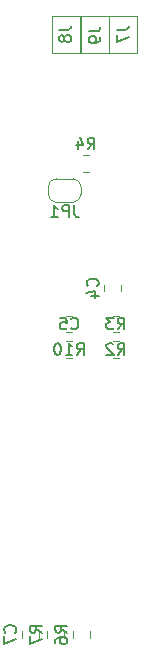
<source format=gbr>
G04 #@! TF.GenerationSoftware,KiCad,Pcbnew,(5.1.5)-3*
G04 #@! TF.CreationDate,2020-06-01T03:43:57-04:00*
G04 #@! TF.ProjectId,6526KernalSwitcher,36353236-4b65-4726-9e61-6c5377697463,rev?*
G04 #@! TF.SameCoordinates,Original*
G04 #@! TF.FileFunction,Legend,Bot*
G04 #@! TF.FilePolarity,Positive*
%FSLAX46Y46*%
G04 Gerber Fmt 4.6, Leading zero omitted, Abs format (unit mm)*
G04 Created by KiCad (PCBNEW (5.1.5)-3) date 2020-06-01 03:43:57*
%MOMM*%
%LPD*%
G04 APERTURE LIST*
%ADD10C,0.120000*%
%ADD11C,0.150000*%
G04 APERTURE END LIST*
D10*
X111581000Y-70858748D02*
X111581000Y-71381252D01*
X110161000Y-70858748D02*
X110161000Y-71381252D01*
X107449252Y-73458000D02*
X106926748Y-73458000D01*
X107449252Y-74878000D02*
X106926748Y-74878000D01*
X107492000Y-63865000D02*
G75*
G03X108192000Y-63165000I0J700000D01*
G01*
X108192000Y-62565000D02*
G75*
G03X107492000Y-61865000I-700000J0D01*
G01*
X106092000Y-61865000D02*
G75*
G03X105392000Y-62565000I0J-700000D01*
G01*
X105392000Y-63165000D02*
G75*
G03X106092000Y-63865000I700000J0D01*
G01*
X105392000Y-62565000D02*
X105392000Y-63165000D01*
X107492000Y-61865000D02*
X106092000Y-61865000D01*
X108192000Y-63165000D02*
X108192000Y-62565000D01*
X106092000Y-63865000D02*
X107492000Y-63865000D01*
X110863748Y-75617000D02*
X111386252Y-75617000D01*
X110863748Y-77037000D02*
X111386252Y-77037000D01*
X110863748Y-73458000D02*
X111386252Y-73458000D01*
X110863748Y-74878000D02*
X111386252Y-74878000D01*
X108846252Y-59869000D02*
X108323748Y-59869000D01*
X108846252Y-61289000D02*
X108323748Y-61289000D01*
X107449252Y-75617000D02*
X106926748Y-75617000D01*
X107449252Y-77037000D02*
X106926748Y-77037000D01*
X103176000Y-100195748D02*
X103176000Y-100718252D01*
X104596000Y-100195748D02*
X104596000Y-100718252D01*
X108914000Y-100195748D02*
X108914000Y-100718252D01*
X107494000Y-100195748D02*
X107494000Y-100718252D01*
X105335000Y-100195748D02*
X105335000Y-100718252D01*
X106755000Y-100195748D02*
X106755000Y-100718252D01*
X112948000Y-51241000D02*
X112948000Y-48073000D01*
X112948000Y-48073000D02*
X110572000Y-48073000D01*
X110572000Y-48073000D02*
X110572000Y-51241000D01*
X110572000Y-51241000D02*
X112948000Y-51241000D01*
X105746000Y-51241000D02*
X108122000Y-51241000D01*
X105746000Y-48073000D02*
X105746000Y-51241000D01*
X108122000Y-48073000D02*
X105746000Y-48073000D01*
X108122000Y-51241000D02*
X108122000Y-48073000D01*
X110535000Y-51241000D02*
X110535000Y-48073000D01*
X110535000Y-48073000D02*
X108159000Y-48073000D01*
X108159000Y-48073000D02*
X108159000Y-51241000D01*
X108159000Y-51241000D02*
X110535000Y-51241000D01*
D11*
X109578142Y-70953333D02*
X109625761Y-70905714D01*
X109673380Y-70762857D01*
X109673380Y-70667619D01*
X109625761Y-70524761D01*
X109530523Y-70429523D01*
X109435285Y-70381904D01*
X109244809Y-70334285D01*
X109101952Y-70334285D01*
X108911476Y-70381904D01*
X108816238Y-70429523D01*
X108721000Y-70524761D01*
X108673380Y-70667619D01*
X108673380Y-70762857D01*
X108721000Y-70905714D01*
X108768619Y-70953333D01*
X109006714Y-71810476D02*
X109673380Y-71810476D01*
X108625761Y-71572380D02*
X109340047Y-71334285D01*
X109340047Y-71953333D01*
X107354666Y-74525142D02*
X107402285Y-74572761D01*
X107545142Y-74620380D01*
X107640380Y-74620380D01*
X107783238Y-74572761D01*
X107878476Y-74477523D01*
X107926095Y-74382285D01*
X107973714Y-74191809D01*
X107973714Y-74048952D01*
X107926095Y-73858476D01*
X107878476Y-73763238D01*
X107783238Y-73668000D01*
X107640380Y-73620380D01*
X107545142Y-73620380D01*
X107402285Y-73668000D01*
X107354666Y-73715619D01*
X106449904Y-73620380D02*
X106926095Y-73620380D01*
X106973714Y-74096571D01*
X106926095Y-74048952D01*
X106830857Y-74001333D01*
X106592761Y-74001333D01*
X106497523Y-74048952D01*
X106449904Y-74096571D01*
X106402285Y-74191809D01*
X106402285Y-74429904D01*
X106449904Y-74525142D01*
X106497523Y-74572761D01*
X106592761Y-74620380D01*
X106830857Y-74620380D01*
X106926095Y-74572761D01*
X106973714Y-74525142D01*
X107625333Y-64117380D02*
X107625333Y-64831666D01*
X107672952Y-64974523D01*
X107768190Y-65069761D01*
X107911047Y-65117380D01*
X108006285Y-65117380D01*
X107149142Y-65117380D02*
X107149142Y-64117380D01*
X106768190Y-64117380D01*
X106672952Y-64165000D01*
X106625333Y-64212619D01*
X106577714Y-64307857D01*
X106577714Y-64450714D01*
X106625333Y-64545952D01*
X106672952Y-64593571D01*
X106768190Y-64641190D01*
X107149142Y-64641190D01*
X105625333Y-65117380D02*
X106196761Y-65117380D01*
X105911047Y-65117380D02*
X105911047Y-64117380D01*
X106006285Y-64260238D01*
X106101523Y-64355476D01*
X106196761Y-64403095D01*
X111291666Y-76779380D02*
X111625000Y-76303190D01*
X111863095Y-76779380D02*
X111863095Y-75779380D01*
X111482142Y-75779380D01*
X111386904Y-75827000D01*
X111339285Y-75874619D01*
X111291666Y-75969857D01*
X111291666Y-76112714D01*
X111339285Y-76207952D01*
X111386904Y-76255571D01*
X111482142Y-76303190D01*
X111863095Y-76303190D01*
X110910714Y-75874619D02*
X110863095Y-75827000D01*
X110767857Y-75779380D01*
X110529761Y-75779380D01*
X110434523Y-75827000D01*
X110386904Y-75874619D01*
X110339285Y-75969857D01*
X110339285Y-76065095D01*
X110386904Y-76207952D01*
X110958333Y-76779380D01*
X110339285Y-76779380D01*
X111291666Y-74620380D02*
X111625000Y-74144190D01*
X111863095Y-74620380D02*
X111863095Y-73620380D01*
X111482142Y-73620380D01*
X111386904Y-73668000D01*
X111339285Y-73715619D01*
X111291666Y-73810857D01*
X111291666Y-73953714D01*
X111339285Y-74048952D01*
X111386904Y-74096571D01*
X111482142Y-74144190D01*
X111863095Y-74144190D01*
X110958333Y-73620380D02*
X110339285Y-73620380D01*
X110672619Y-74001333D01*
X110529761Y-74001333D01*
X110434523Y-74048952D01*
X110386904Y-74096571D01*
X110339285Y-74191809D01*
X110339285Y-74429904D01*
X110386904Y-74525142D01*
X110434523Y-74572761D01*
X110529761Y-74620380D01*
X110815476Y-74620380D01*
X110910714Y-74572761D01*
X110958333Y-74525142D01*
X108751666Y-59381380D02*
X109085000Y-58905190D01*
X109323095Y-59381380D02*
X109323095Y-58381380D01*
X108942142Y-58381380D01*
X108846904Y-58429000D01*
X108799285Y-58476619D01*
X108751666Y-58571857D01*
X108751666Y-58714714D01*
X108799285Y-58809952D01*
X108846904Y-58857571D01*
X108942142Y-58905190D01*
X109323095Y-58905190D01*
X107894523Y-58714714D02*
X107894523Y-59381380D01*
X108132619Y-58333761D02*
X108370714Y-59048047D01*
X107751666Y-59048047D01*
X107830857Y-76779380D02*
X108164190Y-76303190D01*
X108402285Y-76779380D02*
X108402285Y-75779380D01*
X108021333Y-75779380D01*
X107926095Y-75827000D01*
X107878476Y-75874619D01*
X107830857Y-75969857D01*
X107830857Y-76112714D01*
X107878476Y-76207952D01*
X107926095Y-76255571D01*
X108021333Y-76303190D01*
X108402285Y-76303190D01*
X106878476Y-76779380D02*
X107449904Y-76779380D01*
X107164190Y-76779380D02*
X107164190Y-75779380D01*
X107259428Y-75922238D01*
X107354666Y-76017476D01*
X107449904Y-76065095D01*
X106259428Y-75779380D02*
X106164190Y-75779380D01*
X106068952Y-75827000D01*
X106021333Y-75874619D01*
X105973714Y-75969857D01*
X105926095Y-76160333D01*
X105926095Y-76398428D01*
X105973714Y-76588904D01*
X106021333Y-76684142D01*
X106068952Y-76731761D01*
X106164190Y-76779380D01*
X106259428Y-76779380D01*
X106354666Y-76731761D01*
X106402285Y-76684142D01*
X106449904Y-76588904D01*
X106497523Y-76398428D01*
X106497523Y-76160333D01*
X106449904Y-75969857D01*
X106402285Y-75874619D01*
X106354666Y-75827000D01*
X106259428Y-75779380D01*
X102593142Y-100290333D02*
X102640761Y-100242714D01*
X102688380Y-100099857D01*
X102688380Y-100004619D01*
X102640761Y-99861761D01*
X102545523Y-99766523D01*
X102450285Y-99718904D01*
X102259809Y-99671285D01*
X102116952Y-99671285D01*
X101926476Y-99718904D01*
X101831238Y-99766523D01*
X101736000Y-99861761D01*
X101688380Y-100004619D01*
X101688380Y-100099857D01*
X101736000Y-100242714D01*
X101783619Y-100290333D01*
X101688380Y-100623666D02*
X101688380Y-101290333D01*
X102688380Y-100861761D01*
X107006380Y-100290333D02*
X106530190Y-99957000D01*
X107006380Y-99718904D02*
X106006380Y-99718904D01*
X106006380Y-100099857D01*
X106054000Y-100195095D01*
X106101619Y-100242714D01*
X106196857Y-100290333D01*
X106339714Y-100290333D01*
X106434952Y-100242714D01*
X106482571Y-100195095D01*
X106530190Y-100099857D01*
X106530190Y-99718904D01*
X106006380Y-101147476D02*
X106006380Y-100957000D01*
X106054000Y-100861761D01*
X106101619Y-100814142D01*
X106244476Y-100718904D01*
X106434952Y-100671285D01*
X106815904Y-100671285D01*
X106911142Y-100718904D01*
X106958761Y-100766523D01*
X107006380Y-100861761D01*
X107006380Y-101052238D01*
X106958761Y-101147476D01*
X106911142Y-101195095D01*
X106815904Y-101242714D01*
X106577809Y-101242714D01*
X106482571Y-101195095D01*
X106434952Y-101147476D01*
X106387333Y-101052238D01*
X106387333Y-100861761D01*
X106434952Y-100766523D01*
X106482571Y-100718904D01*
X106577809Y-100671285D01*
X104847380Y-100290333D02*
X104371190Y-99957000D01*
X104847380Y-99718904D02*
X103847380Y-99718904D01*
X103847380Y-100099857D01*
X103895000Y-100195095D01*
X103942619Y-100242714D01*
X104037857Y-100290333D01*
X104180714Y-100290333D01*
X104275952Y-100242714D01*
X104323571Y-100195095D01*
X104371190Y-100099857D01*
X104371190Y-99718904D01*
X103847380Y-100623666D02*
X103847380Y-101290333D01*
X104847380Y-100861761D01*
X111234379Y-49277667D02*
X111948665Y-49277667D01*
X112091522Y-49230048D01*
X112186760Y-49134810D01*
X112234379Y-48991953D01*
X112234379Y-48896715D01*
X111234379Y-49658620D02*
X111234379Y-50325286D01*
X112234379Y-49896715D01*
X106347379Y-49277667D02*
X107061665Y-49277667D01*
X107204522Y-49230048D01*
X107299760Y-49134810D01*
X107347379Y-48991953D01*
X107347379Y-48896715D01*
X106775951Y-49896715D02*
X106728332Y-49801477D01*
X106680713Y-49753858D01*
X106585475Y-49706239D01*
X106537856Y-49706239D01*
X106442618Y-49753858D01*
X106394999Y-49801477D01*
X106347379Y-49896715D01*
X106347379Y-50087191D01*
X106394999Y-50182429D01*
X106442618Y-50230048D01*
X106537856Y-50277667D01*
X106585475Y-50277667D01*
X106680713Y-50230048D01*
X106728332Y-50182429D01*
X106775951Y-50087191D01*
X106775951Y-49896715D01*
X106823570Y-49801477D01*
X106871189Y-49753858D01*
X106966427Y-49706239D01*
X107156903Y-49706239D01*
X107252141Y-49753858D01*
X107299760Y-49801477D01*
X107347379Y-49896715D01*
X107347379Y-50087191D01*
X107299760Y-50182429D01*
X107252141Y-50230048D01*
X107156903Y-50277667D01*
X106966427Y-50277667D01*
X106871189Y-50230048D01*
X106823570Y-50182429D01*
X106775951Y-50087191D01*
X108821379Y-49366667D02*
X109535665Y-49366667D01*
X109678522Y-49319048D01*
X109773760Y-49223810D01*
X109821379Y-49080953D01*
X109821379Y-48985715D01*
X109821379Y-49890477D02*
X109821379Y-50080953D01*
X109773760Y-50176191D01*
X109726141Y-50223810D01*
X109583284Y-50319048D01*
X109392808Y-50366667D01*
X109011856Y-50366667D01*
X108916618Y-50319048D01*
X108868999Y-50271429D01*
X108821379Y-50176191D01*
X108821379Y-49985715D01*
X108868999Y-49890477D01*
X108916618Y-49842858D01*
X109011856Y-49795239D01*
X109249951Y-49795239D01*
X109345189Y-49842858D01*
X109392808Y-49890477D01*
X109440427Y-49985715D01*
X109440427Y-50176191D01*
X109392808Y-50271429D01*
X109345189Y-50319048D01*
X109249951Y-50366667D01*
M02*

</source>
